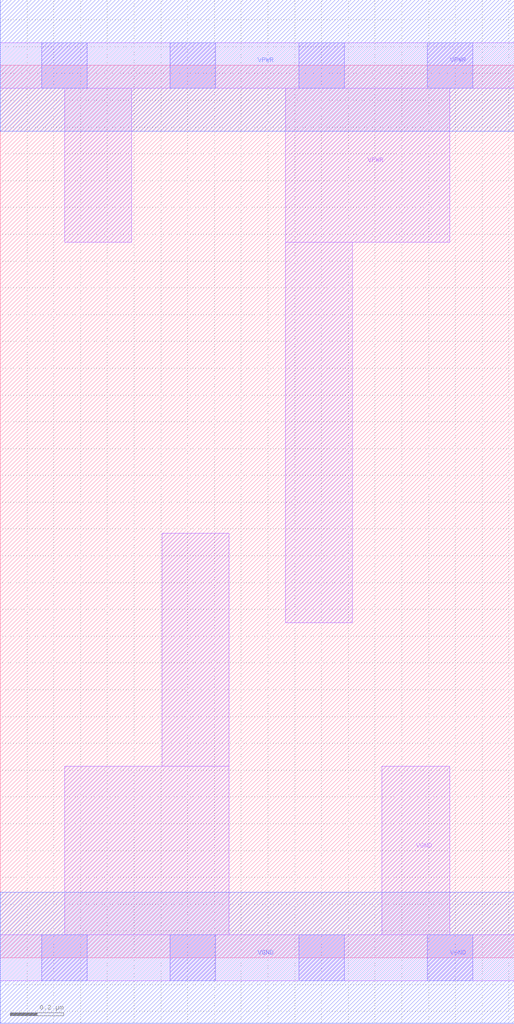
<source format=lef>
# Copyright 2020 The SkyWater PDK Authors
#
# Licensed under the Apache License, Version 2.0 (the "License");
# you may not use this file except in compliance with the License.
# You may obtain a copy of the License at
#
#     https://www.apache.org/licenses/LICENSE-2.0
#
# Unless required by applicable law or agreed to in writing, software
# distributed under the License is distributed on an "AS IS" BASIS,
# WITHOUT WARRANTIES OR CONDITIONS OF ANY KIND, either express or implied.
# See the License for the specific language governing permissions and
# limitations under the License.
#
# SPDX-License-Identifier: Apache-2.0

VERSION 5.7 ;
  NAMESCASESENSITIVE ON ;
  NOWIREEXTENSIONATPIN ON ;
  DIVIDERCHAR "/" ;
  BUSBITCHARS "[]" ;
UNITS
  DATABASE MICRONS 200 ;
END UNITS
MACRO sky130_fd_sc_ls__decap_4
  CLASS CORE ;
  SOURCE USER ;
  FOREIGN sky130_fd_sc_ls__decap_4 ;
  ORIGIN  0.000000  0.000000 ;
  SIZE  1.920000 BY  3.330000 ;
  SYMMETRY X Y ;
  SITE unit ;
  PIN VGND
    DIRECTION INOUT ;
    SHAPE ABUTMENT ;
    USE GROUND ;
    PORT
      LAYER li1 ;
        RECT 0.000000 -0.085000 1.920000 0.085000 ;
        RECT 0.240000  0.085000 0.855000 0.715000 ;
        RECT 0.605000  0.715000 0.855000 1.585000 ;
        RECT 1.425000  0.085000 1.680000 0.715000 ;
      LAYER mcon ;
        RECT 0.155000 -0.085000 0.325000 0.085000 ;
        RECT 0.635000 -0.085000 0.805000 0.085000 ;
        RECT 1.115000 -0.085000 1.285000 0.085000 ;
        RECT 1.595000 -0.085000 1.765000 0.085000 ;
      LAYER met1 ;
        RECT 0.000000 -0.245000 1.920000 0.245000 ;
    END
  END VGND
  PIN VPWR
    DIRECTION INOUT ;
    SHAPE ABUTMENT ;
    USE POWER ;
    PORT
      LAYER li1 ;
        RECT 0.000000 3.245000 1.920000 3.415000 ;
        RECT 0.240000 2.670000 0.490000 3.245000 ;
        RECT 1.065000 1.250000 1.315000 2.670000 ;
        RECT 1.065000 2.670000 1.680000 3.245000 ;
      LAYER mcon ;
        RECT 0.155000 3.245000 0.325000 3.415000 ;
        RECT 0.635000 3.245000 0.805000 3.415000 ;
        RECT 1.115000 3.245000 1.285000 3.415000 ;
        RECT 1.595000 3.245000 1.765000 3.415000 ;
      LAYER met1 ;
        RECT 0.000000 3.085000 1.920000 3.575000 ;
    END
  END VPWR
END sky130_fd_sc_ls__decap_4

</source>
